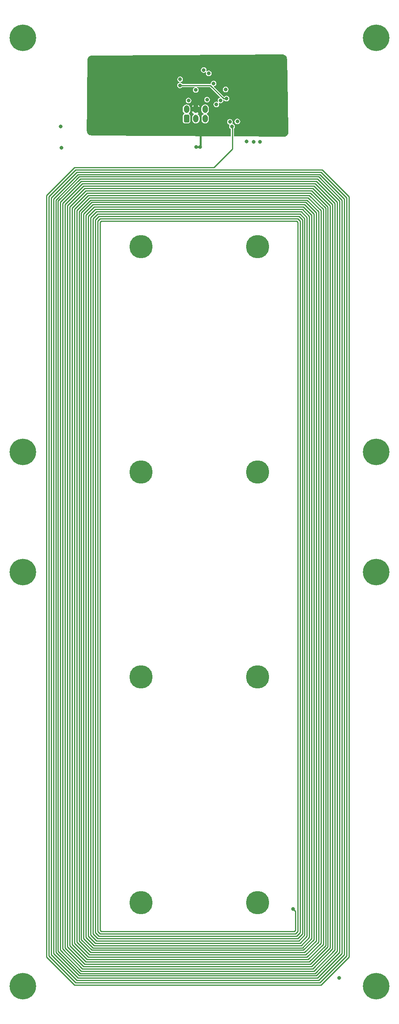
<source format=gbr>
%TF.GenerationSoftware,KiCad,Pcbnew,9.0.0*%
%TF.CreationDate,2025-10-09T13:40:37-07:00*%
%TF.ProjectId,2U_XY_V1,32555f58-595f-4563-912e-6b696361645f,1.0*%
%TF.SameCoordinates,Original*%
%TF.FileFunction,Copper,L3,Inr*%
%TF.FilePolarity,Positive*%
%FSLAX46Y46*%
G04 Gerber Fmt 4.6, Leading zero omitted, Abs format (unit mm)*
G04 Created by KiCad (PCBNEW 9.0.0) date 2025-10-09 13:40:37*
%MOMM*%
%LPD*%
G01*
G04 APERTURE LIST*
G04 Aperture macros list*
%AMRoundRect*
0 Rectangle with rounded corners*
0 $1 Rounding radius*
0 $2 $3 $4 $5 $6 $7 $8 $9 X,Y pos of 4 corners*
0 Add a 4 corners polygon primitive as box body*
4,1,4,$2,$3,$4,$5,$6,$7,$8,$9,$2,$3,0*
0 Add four circle primitives for the rounded corners*
1,1,$1+$1,$2,$3*
1,1,$1+$1,$4,$5*
1,1,$1+$1,$6,$7*
1,1,$1+$1,$8,$9*
0 Add four rect primitives between the rounded corners*
20,1,$1+$1,$2,$3,$4,$5,0*
20,1,$1+$1,$4,$5,$6,$7,0*
20,1,$1+$1,$6,$7,$8,$9,0*
20,1,$1+$1,$8,$9,$2,$3,0*%
G04 Aperture macros list end*
%TA.AperFunction,ComponentPad*%
%ADD10C,5.700000*%
%TD*%
%TA.AperFunction,ComponentPad*%
%ADD11C,5.000000*%
%TD*%
%TA.AperFunction,ComponentPad*%
%ADD12RoundRect,0.250000X-0.350000X-0.575000X0.350000X-0.575000X0.350000X0.575000X-0.350000X0.575000X0*%
%TD*%
%TA.AperFunction,ComponentPad*%
%ADD13O,1.200000X1.650000*%
%TD*%
%TA.AperFunction,ViaPad*%
%ADD14C,0.800000*%
%TD*%
%TA.AperFunction,Conductor*%
%ADD15C,0.250000*%
%TD*%
%TA.AperFunction,Conductor*%
%ADD16C,0.400000*%
%TD*%
G04 APERTURE END LIST*
D10*
%TO.N,unconnected-(J2-Pin_1-Pad1)*%
%TO.C,J12*%
X171800001Y-155450000D03*
%TD*%
%TO.N,unconnected-(J4-Pin_1-Pad1)*%
%TO.C,J14*%
X247800001Y-155450000D03*
%TD*%
%TO.N,unconnected-(J2-Pin_1-Pad1)*%
%TO.C,J112*%
X171800001Y-129650000D03*
%TD*%
%TO.N,unconnected-(J4-Pin_1-Pad1)*%
%TO.C,J114*%
X247800001Y-129650000D03*
%TD*%
%TO.N,unconnected-(J2-Pin_1-Pad1)*%
%TO.C,J2*%
X171800001Y-40650000D03*
%TD*%
%TO.N,unconnected-(J4-Pin_1-Pad1)*%
%TO.C,J4*%
X247800001Y-40650000D03*
%TD*%
%TO.N,unconnected-(J3-Pin_1-Pad1)*%
%TO.C,J3*%
X171800001Y-244450000D03*
%TD*%
D11*
%TO.N,/SOL_OUT*%
%TO.C,SC1*%
X222250000Y-134000000D03*
%TO.N,Net-(SC1---Pad2)*%
X197250000Y-134000000D03*
%TO.N,/SOL_OUT*%
X197250000Y-85500000D03*
%TO.N,Net-(SC1---Pad2)*%
X222250000Y-85500000D03*
%TD*%
D10*
%TO.N,unconnected-(J5-Pin_1-Pad1)*%
%TO.C,J5*%
X247800000Y-244500000D03*
%TD*%
D11*
%TO.N,Net-(SC1---Pad2)*%
%TO.C,SC2*%
X222250000Y-226500000D03*
%TO.N,GND*%
X197250000Y-226500000D03*
%TO.N,Net-(SC1---Pad2)*%
X197250000Y-178000000D03*
%TO.N,GND*%
X222250000Y-178000000D03*
%TD*%
D12*
%TO.N,GND*%
%TO.C,CN1*%
X207000000Y-58020000D03*
D13*
%TO.N,SDAIN*%
X207000000Y-56019999D03*
%TO.N,VSOLAR*%
X209000001Y-58020000D03*
%TO.N,+3V3*%
X209000000Y-56020000D03*
%TO.N,VSOLAR*%
X211000000Y-58020000D03*
%TO.N,SCLIN*%
X211000001Y-56020000D03*
%TD*%
D14*
%TO.N,GND*%
X210710000Y-47590153D03*
%TO.N,+3V3*%
X219150000Y-51200000D03*
%TO.N,Net-(U3-OUT+)*%
X239820000Y-242660000D03*
X229940000Y-227900000D03*
%TO.N,GND*%
X214326520Y-54103480D03*
%TO.N,/SCL*%
X215590000Y-53720000D03*
%TO.N,+3V3*%
X218994998Y-57980000D03*
X218760000Y-55530000D03*
X216060000Y-61110000D03*
X213750000Y-61050000D03*
%TO.N,GND*%
X216319998Y-58715000D03*
X213419999Y-54990000D03*
X211414772Y-53956603D03*
X215411297Y-51766078D03*
X208990000Y-51860000D03*
X179980000Y-59700000D03*
X180090000Y-64300000D03*
X205630000Y-49590000D03*
X217920000Y-58640000D03*
%TO.N,+3V3*%
X209090000Y-64140000D03*
X202920000Y-51780000D03*
X210826736Y-53147766D03*
X209940000Y-64100000D03*
X203980000Y-53290000D03*
X207230000Y-47710000D03*
X216780000Y-49550000D03*
%TO.N,VSOLAR*%
X221430000Y-62990000D03*
X219900000Y-62970000D03*
X222780000Y-63000000D03*
%TO.N,/SCL*%
X205590000Y-50890000D03*
%TO.N,/SDA*%
X212820000Y-50480000D03*
%TO.N,Net-(D4-A)*%
X207430000Y-54160000D03*
%TO.N,Net-(U3-OUT+)*%
X216769999Y-59709999D03*
%TO.N,SCLIN*%
X211785153Y-48315153D03*
%TD*%
D15*
%TO.N,Net-(U3-OUT+)*%
X216840000Y-64520000D02*
X216840000Y-59780000D01*
X216840000Y-59780000D02*
X216769999Y-59709999D01*
X212850000Y-68510000D02*
X182890000Y-68510000D01*
X241890000Y-238210000D02*
X241890000Y-74760000D01*
X183890000Y-70510000D02*
X178890000Y-75510000D01*
X240390000Y-237460000D02*
X240390000Y-75510000D01*
X182890000Y-68510000D02*
X176890000Y-74510000D01*
X234140000Y-240710000D02*
X238390000Y-236460000D01*
X186390000Y-75510000D02*
X183890000Y-78010000D01*
X188390000Y-80260000D02*
X188390000Y-232460000D01*
X185390000Y-73510000D02*
X181890000Y-77010000D01*
X187890000Y-232710000D02*
X188390000Y-233210000D01*
X176890000Y-74510000D02*
X176890000Y-238210000D01*
X240390000Y-75510000D02*
X235390000Y-70510000D01*
X235140000Y-242710000D02*
X240390000Y-237460000D01*
X188140000Y-79010000D02*
X187390000Y-79760000D01*
X183140000Y-243710000D02*
X235640000Y-243710000D01*
X182890000Y-235210000D02*
X185890000Y-238210000D01*
X177390000Y-74760000D02*
X177390000Y-237960000D01*
X232390000Y-237210000D02*
X234890000Y-234710000D01*
X216840000Y-64520000D02*
X212850000Y-68510000D01*
X184390000Y-241210000D02*
X234390000Y-241210000D01*
X232640000Y-237710000D02*
X235390000Y-234960000D01*
X186640000Y-236710000D02*
X232140000Y-236710000D01*
X181890000Y-77010000D02*
X181890000Y-235710000D01*
X233640000Y-74010000D02*
X185640000Y-74010000D01*
X183390000Y-234960000D02*
X186140000Y-237710000D01*
X182890000Y-244210000D02*
X235890000Y-244210000D01*
X181390000Y-235960000D02*
X185140000Y-239710000D01*
X235890000Y-244210000D02*
X241890000Y-238210000D01*
X177390000Y-237960000D02*
X183140000Y-243710000D01*
X185890000Y-238210000D02*
X232890000Y-238210000D01*
X236140000Y-69010000D02*
X183140000Y-69010000D01*
X186390000Y-79260000D02*
X186390000Y-233460000D01*
X183140000Y-69010000D02*
X177390000Y-74760000D01*
X235640000Y-243710000D02*
X241390000Y-237960000D01*
X185640000Y-238710000D02*
X233140000Y-238710000D01*
X177890000Y-237710000D02*
X183390000Y-243210000D01*
X230430000Y-228390000D02*
X229940000Y-227900000D01*
X241890000Y-74760000D02*
X236140000Y-69010000D01*
X176890000Y-238210000D02*
X182890000Y-244210000D01*
X234640000Y-72010000D02*
X184640000Y-72010000D01*
X185140000Y-73010000D02*
X181390000Y-76760000D01*
X185890000Y-233710000D02*
X187390000Y-235210000D01*
X183640000Y-242710000D02*
X235140000Y-242710000D01*
X177890000Y-75010000D02*
X177890000Y-237710000D01*
X183390000Y-69510000D02*
X177890000Y-75010000D01*
X235390000Y-70510000D02*
X183890000Y-70510000D01*
X235640000Y-70010000D02*
X183640000Y-70010000D01*
X186890000Y-233210000D02*
X187890000Y-234210000D01*
X178390000Y-75260000D02*
X178390000Y-237460000D01*
X238390000Y-76510000D02*
X234390000Y-72510000D01*
X178390000Y-237460000D02*
X183640000Y-242710000D01*
X178890000Y-237210000D02*
X183890000Y-242210000D01*
X234890000Y-242210000D02*
X239890000Y-237210000D01*
X181390000Y-76760000D02*
X181390000Y-235960000D01*
X240890000Y-75260000D02*
X235640000Y-70010000D01*
X183890000Y-242210000D02*
X234890000Y-242210000D01*
X241390000Y-237960000D02*
X241390000Y-75010000D01*
X239890000Y-237210000D02*
X239890000Y-75760000D01*
X185640000Y-74010000D02*
X182390000Y-77260000D01*
X235140000Y-71010000D02*
X184140000Y-71010000D01*
X179390000Y-75760000D02*
X179390000Y-236960000D01*
X180390000Y-236460000D02*
X184640000Y-240710000D01*
X238390000Y-236460000D02*
X238390000Y-76510000D01*
X179390000Y-236960000D02*
X184140000Y-241710000D01*
X239890000Y-75760000D02*
X235140000Y-71010000D01*
X186140000Y-237710000D02*
X232640000Y-237710000D01*
X184140000Y-71010000D02*
X179390000Y-75760000D01*
X178890000Y-75510000D02*
X178890000Y-237210000D01*
X186640000Y-76010000D02*
X184390000Y-78260000D01*
X184140000Y-241710000D02*
X234640000Y-241710000D01*
X240890000Y-237710000D02*
X240890000Y-75260000D01*
X237390000Y-235960000D02*
X237390000Y-77010000D01*
X239390000Y-236960000D02*
X239390000Y-76010000D01*
X241390000Y-75010000D02*
X235890000Y-69510000D01*
X183390000Y-243210000D02*
X235390000Y-243210000D01*
X235390000Y-243210000D02*
X240890000Y-237710000D01*
X236390000Y-235460000D02*
X236390000Y-77510000D01*
X232390000Y-233460000D02*
X232390000Y-79510000D01*
X180890000Y-76510000D02*
X180890000Y-236210000D01*
X239390000Y-76010000D02*
X234890000Y-71510000D01*
X185390000Y-233960000D02*
X187140000Y-235710000D01*
X233390000Y-233960000D02*
X233390000Y-79010000D01*
X230890000Y-232710000D02*
X230890000Y-80260000D01*
X188390000Y-232460000D02*
X188640000Y-232710000D01*
X234890000Y-71510000D02*
X184390000Y-71510000D01*
X231390000Y-78510000D02*
X187890000Y-78510000D01*
X184390000Y-71510000D02*
X179890000Y-76010000D01*
X235890000Y-77760000D02*
X233140000Y-75010000D01*
X179890000Y-76010000D02*
X179890000Y-236710000D01*
X179890000Y-236710000D02*
X184390000Y-241210000D01*
X234390000Y-72510000D02*
X184890000Y-72510000D01*
X185140000Y-239710000D02*
X233640000Y-239710000D01*
X184890000Y-240210000D02*
X233890000Y-240210000D01*
X234390000Y-241210000D02*
X238890000Y-236710000D01*
X238890000Y-236710000D02*
X238890000Y-76260000D01*
X234640000Y-241710000D02*
X239390000Y-236960000D01*
X233890000Y-240210000D02*
X237890000Y-236210000D01*
X238890000Y-76260000D02*
X234640000Y-72010000D01*
X184640000Y-72010000D02*
X180390000Y-76260000D01*
X180390000Y-76260000D02*
X180390000Y-236460000D01*
X232140000Y-77010000D02*
X187140000Y-77010000D01*
X184640000Y-240710000D02*
X234140000Y-240710000D01*
X184890000Y-72510000D02*
X180890000Y-76510000D01*
X230890000Y-79510000D02*
X188390000Y-79510000D01*
X181890000Y-235710000D02*
X185390000Y-239210000D01*
X186390000Y-237210000D02*
X232390000Y-237210000D01*
X182390000Y-77260000D02*
X182390000Y-235460000D01*
X235890000Y-69510000D02*
X183390000Y-69510000D01*
X180890000Y-236210000D02*
X184890000Y-240210000D01*
X188140000Y-233710000D02*
X230640000Y-233710000D01*
X237890000Y-236210000D02*
X237890000Y-76760000D01*
X233390000Y-239210000D02*
X236890000Y-235710000D01*
X237890000Y-76760000D02*
X234140000Y-73010000D01*
X232890000Y-233710000D02*
X232890000Y-79260000D01*
X234140000Y-73010000D02*
X185140000Y-73010000D01*
X232140000Y-236710000D02*
X234390000Y-234460000D01*
X233640000Y-239710000D02*
X237390000Y-235960000D01*
X230890000Y-80260000D02*
X230640000Y-80010000D01*
X237390000Y-77010000D02*
X233890000Y-73510000D01*
X233890000Y-73510000D02*
X185390000Y-73510000D01*
X185390000Y-239210000D02*
X233390000Y-239210000D01*
X236890000Y-235710000D02*
X236890000Y-77260000D01*
X236890000Y-77260000D02*
X233640000Y-74010000D01*
X187140000Y-77010000D02*
X185390000Y-78760000D01*
X187640000Y-78010000D02*
X186390000Y-79260000D01*
X231390000Y-232960000D02*
X231390000Y-80010000D01*
X182390000Y-235460000D02*
X185640000Y-238710000D01*
X235890000Y-235210000D02*
X235890000Y-77760000D01*
X233140000Y-238710000D02*
X236390000Y-235460000D01*
X183640000Y-70010000D02*
X178390000Y-75260000D01*
X236390000Y-77510000D02*
X233390000Y-74510000D01*
X233390000Y-74510000D02*
X185890000Y-74510000D01*
X187390000Y-79760000D02*
X187390000Y-232960000D01*
X185890000Y-74510000D02*
X182890000Y-77510000D01*
X182890000Y-77510000D02*
X182890000Y-235210000D01*
X232890000Y-238210000D02*
X235890000Y-235210000D01*
X233140000Y-75010000D02*
X186140000Y-75010000D01*
X235390000Y-234960000D02*
X235390000Y-78010000D01*
X186140000Y-75010000D02*
X183390000Y-77760000D01*
X183390000Y-77760000D02*
X183390000Y-234960000D01*
X235390000Y-78010000D02*
X232890000Y-75510000D01*
X234890000Y-234710000D02*
X234890000Y-78260000D01*
X184390000Y-234460000D02*
X186640000Y-236710000D01*
X232890000Y-75510000D02*
X186390000Y-75510000D01*
X234390000Y-78510000D02*
X232390000Y-76510000D01*
X188640000Y-80010000D02*
X188390000Y-80260000D01*
X183890000Y-78010000D02*
X183890000Y-234710000D01*
X231140000Y-234710000D02*
X232390000Y-233460000D01*
X183890000Y-234710000D02*
X186390000Y-237210000D01*
X231140000Y-79010000D02*
X188140000Y-79010000D01*
X234890000Y-78260000D02*
X232640000Y-76010000D01*
X232640000Y-76010000D02*
X186640000Y-76010000D01*
X184890000Y-78510000D02*
X184890000Y-234210000D01*
X187390000Y-232960000D02*
X188140000Y-233710000D01*
X184390000Y-78260000D02*
X184390000Y-234460000D01*
X234390000Y-234460000D02*
X234390000Y-78510000D01*
X232390000Y-76510000D02*
X186890000Y-76510000D01*
X186890000Y-76510000D02*
X184890000Y-78510000D01*
X184890000Y-234210000D02*
X186890000Y-236210000D01*
X186390000Y-233460000D02*
X187640000Y-234710000D01*
X186890000Y-236210000D02*
X231890000Y-236210000D01*
X231890000Y-236210000D02*
X233890000Y-234210000D01*
X233890000Y-234210000D02*
X233890000Y-78760000D01*
X233890000Y-78760000D02*
X232140000Y-77010000D01*
X185390000Y-78760000D02*
X185390000Y-233960000D01*
X187390000Y-235210000D02*
X231390000Y-235210000D01*
X187140000Y-235710000D02*
X231640000Y-235710000D01*
X231640000Y-235710000D02*
X233390000Y-233960000D01*
X233390000Y-79010000D02*
X231890000Y-77510000D01*
X231390000Y-80010000D02*
X230890000Y-79510000D01*
X231890000Y-77510000D02*
X187390000Y-77510000D01*
X187390000Y-77510000D02*
X185890000Y-79010000D01*
X185890000Y-79010000D02*
X185890000Y-233710000D01*
X231390000Y-235210000D02*
X232890000Y-233710000D01*
X232890000Y-79260000D02*
X231640000Y-78010000D01*
X231640000Y-78010000D02*
X187640000Y-78010000D01*
X187640000Y-234710000D02*
X231140000Y-234710000D01*
X232390000Y-79510000D02*
X231390000Y-78510000D01*
X187890000Y-78510000D02*
X186890000Y-79510000D01*
X186890000Y-79510000D02*
X186890000Y-233210000D01*
X187890000Y-234210000D02*
X230890000Y-234210000D01*
X230890000Y-234210000D02*
X231890000Y-233210000D01*
X230640000Y-233710000D02*
X231390000Y-232960000D01*
X231890000Y-233210000D02*
X231890000Y-79760000D01*
X231890000Y-79760000D02*
X231140000Y-79010000D01*
X188390000Y-79510000D02*
X187890000Y-80010000D01*
X187890000Y-80010000D02*
X187890000Y-232710000D01*
X188390000Y-233210000D02*
X230390000Y-233210000D01*
X230390000Y-233210000D02*
X230890000Y-232710000D01*
X230640000Y-80010000D02*
X188640000Y-80010000D01*
X188640000Y-232710000D02*
X230140000Y-232710000D01*
X230140000Y-232710000D02*
X230430000Y-232420000D01*
X230430000Y-232420000D02*
X230430000Y-228390000D01*
%TO.N,/SCL*%
X214968346Y-53720000D02*
X215590000Y-53720000D01*
X212138346Y-50890000D02*
X214968346Y-53720000D01*
X205590000Y-50890000D02*
X212138346Y-50890000D01*
D16*
%TO.N,+3V3*%
X209000000Y-56020000D02*
X210000001Y-57020001D01*
X209150000Y-64100000D02*
X209140000Y-64090000D01*
X210000001Y-57020001D02*
X210000001Y-64039999D01*
X209940000Y-64100000D02*
X209150000Y-64100000D01*
X210000001Y-64039999D02*
X209940000Y-64100000D01*
%TD*%
%TA.AperFunction,Conductor*%
%TO.N,+3V3*%
G36*
X227597412Y-44235565D02*
G01*
X227781730Y-44252553D01*
X227793650Y-44254835D01*
X227968272Y-44306269D01*
X227979517Y-44310808D01*
X228076992Y-44361677D01*
X228140908Y-44395033D01*
X228151074Y-44401668D01*
X228293132Y-44515498D01*
X228301823Y-44523973D01*
X228419197Y-44663117D01*
X228426086Y-44673113D01*
X228514345Y-44832319D01*
X228519172Y-44843458D01*
X228574989Y-45016722D01*
X228577572Y-45028583D01*
X228599198Y-45212404D01*
X228599614Y-45218467D01*
X228787096Y-54666396D01*
X228911372Y-60929173D01*
X228911184Y-60935412D01*
X228895980Y-61124894D01*
X228893748Y-61137160D01*
X228842108Y-61316830D01*
X228837486Y-61328408D01*
X228751210Y-61494258D01*
X228744382Y-61504690D01*
X228626904Y-61650114D01*
X228618141Y-61658982D01*
X228474134Y-61778198D01*
X228463786Y-61785151D01*
X228298987Y-61873410D01*
X228287464Y-61878171D01*
X228108417Y-61931966D01*
X228096178Y-61934344D01*
X227906902Y-61951817D01*
X227900667Y-61952080D01*
X217227510Y-61868369D01*
X217183461Y-61849717D01*
X217165500Y-61805871D01*
X217165500Y-60189622D01*
X217183806Y-60145428D01*
X217250519Y-60078715D01*
X217329576Y-59941783D01*
X217370499Y-59789056D01*
X217370499Y-59630942D01*
X217329576Y-59478215D01*
X217250519Y-59341283D01*
X217138715Y-59229479D01*
X217001783Y-59150422D01*
X217001782Y-59150421D01*
X217001781Y-59150421D01*
X216872804Y-59115861D01*
X216834854Y-59086741D01*
X216828611Y-59039314D01*
X216834853Y-59024244D01*
X216879575Y-58946784D01*
X216920498Y-58794057D01*
X216920498Y-58635943D01*
X216900402Y-58560944D01*
X217319500Y-58560944D01*
X217319500Y-58719055D01*
X217319501Y-58719063D01*
X217360421Y-58871780D01*
X217360422Y-58871783D01*
X217360423Y-58871784D01*
X217439480Y-59008716D01*
X217551284Y-59120520D01*
X217681180Y-59195515D01*
X217688216Y-59199577D01*
X217688219Y-59199578D01*
X217781681Y-59224621D01*
X217840943Y-59240500D01*
X217840944Y-59240500D01*
X217999056Y-59240500D01*
X217999057Y-59240500D01*
X218151784Y-59199577D01*
X218288716Y-59120520D01*
X218400520Y-59008716D01*
X218479577Y-58871784D01*
X218520500Y-58719057D01*
X218520500Y-58560943D01*
X218479577Y-58408216D01*
X218400520Y-58271284D01*
X218288716Y-58159480D01*
X218192464Y-58103909D01*
X218151783Y-58080422D01*
X218151780Y-58080421D01*
X217999063Y-58039501D01*
X217999058Y-58039500D01*
X217999057Y-58039500D01*
X217840943Y-58039500D01*
X217840942Y-58039500D01*
X217840936Y-58039501D01*
X217688219Y-58080421D01*
X217688216Y-58080422D01*
X217591964Y-58135993D01*
X217551284Y-58159480D01*
X217551283Y-58159481D01*
X217551279Y-58159484D01*
X217439484Y-58271279D01*
X217439481Y-58271283D01*
X217360422Y-58408216D01*
X217360421Y-58408219D01*
X217319501Y-58560936D01*
X217319500Y-58560944D01*
X216900402Y-58560944D01*
X216879575Y-58483216D01*
X216800518Y-58346284D01*
X216688714Y-58234480D01*
X216592462Y-58178909D01*
X216551781Y-58155422D01*
X216551778Y-58155421D01*
X216399061Y-58114501D01*
X216399056Y-58114500D01*
X216399055Y-58114500D01*
X216240941Y-58114500D01*
X216240940Y-58114500D01*
X216240934Y-58114501D01*
X216088217Y-58155421D01*
X216088214Y-58155422D01*
X215991962Y-58210993D01*
X215951282Y-58234480D01*
X215951281Y-58234481D01*
X215951277Y-58234484D01*
X215839482Y-58346279D01*
X215839479Y-58346283D01*
X215760420Y-58483216D01*
X215760419Y-58483219D01*
X215719499Y-58635936D01*
X215719498Y-58635944D01*
X215719498Y-58794055D01*
X215719499Y-58794063D01*
X215760419Y-58946780D01*
X215760420Y-58946783D01*
X215783907Y-58987464D01*
X215839478Y-59083716D01*
X215951282Y-59195520D01*
X216088214Y-59274577D01*
X216088217Y-59274578D01*
X216217191Y-59309137D01*
X216255142Y-59338257D01*
X216261385Y-59385683D01*
X216255142Y-59400757D01*
X216210422Y-59478215D01*
X216210420Y-59478218D01*
X216169500Y-59630935D01*
X216169499Y-59630943D01*
X216169499Y-59789054D01*
X216169500Y-59789062D01*
X216210420Y-59941779D01*
X216210421Y-59941782D01*
X216210422Y-59941783D01*
X216289479Y-60078715D01*
X216401283Y-60190519D01*
X216483249Y-60237841D01*
X216512370Y-60275791D01*
X216514500Y-60291968D01*
X216514500Y-61799784D01*
X216496194Y-61843978D01*
X216452000Y-61862284D01*
X216451510Y-61862282D01*
X186554328Y-61627796D01*
X186548201Y-61627447D01*
X186362340Y-61607658D01*
X186350336Y-61605171D01*
X186174857Y-61550402D01*
X186163569Y-61545619D01*
X186002160Y-61457653D01*
X185992023Y-61450759D01*
X185850887Y-61332975D01*
X185842297Y-61324242D01*
X185726863Y-61181171D01*
X185720139Y-61170922D01*
X185696034Y-61124894D01*
X185634854Y-61008071D01*
X185630264Y-60996718D01*
X185578407Y-60820351D01*
X185576119Y-60808308D01*
X185559410Y-60622133D01*
X185559163Y-60616031D01*
X185601877Y-55716156D01*
X206199500Y-55716156D01*
X206199500Y-56323841D01*
X206230262Y-56478494D01*
X206290606Y-56624179D01*
X206378210Y-56755287D01*
X206489711Y-56866788D01*
X206539787Y-56900248D01*
X206566363Y-56940022D01*
X206557031Y-56986938D01*
X206525707Y-57011208D01*
X206437116Y-57042207D01*
X206327850Y-57122850D01*
X206247207Y-57232116D01*
X206247207Y-57232117D01*
X206202354Y-57360298D01*
X206202353Y-57360303D01*
X206199500Y-57390737D01*
X206199500Y-58649262D01*
X206202353Y-58679696D01*
X206202354Y-58679701D01*
X206247207Y-58807882D01*
X206247207Y-58807883D01*
X206287528Y-58862516D01*
X206327850Y-58917150D01*
X206437118Y-58997793D01*
X206565301Y-59042646D01*
X206595734Y-59045500D01*
X206595738Y-59045500D01*
X207404262Y-59045500D01*
X207404266Y-59045500D01*
X207434699Y-59042646D01*
X207562882Y-58997793D01*
X207672150Y-58917150D01*
X207752793Y-58807882D01*
X207797646Y-58679699D01*
X207800500Y-58649266D01*
X207800500Y-57390734D01*
X207797646Y-57360301D01*
X207752793Y-57232118D01*
X207672150Y-57122850D01*
X207597344Y-57067641D01*
X207562883Y-57042207D01*
X207474292Y-57011208D01*
X207438624Y-56979333D01*
X207435942Y-56931572D01*
X207460211Y-56900248D01*
X207510289Y-56866788D01*
X207621789Y-56755288D01*
X207709394Y-56624178D01*
X207709397Y-56624171D01*
X207752547Y-56520000D01*
X208139755Y-56520000D01*
X208202430Y-56671310D01*
X208202431Y-56671312D01*
X208300923Y-56818716D01*
X208426283Y-56944076D01*
X208551685Y-57027867D01*
X208578261Y-57067641D01*
X208568929Y-57114557D01*
X208551686Y-57131800D01*
X208489715Y-57173208D01*
X208489710Y-57173212D01*
X208378211Y-57284711D01*
X208290607Y-57415819D01*
X208230263Y-57561504D01*
X208199501Y-57716157D01*
X208199501Y-58323842D01*
X208230263Y-58478495D01*
X208290607Y-58624180D01*
X208378211Y-58755288D01*
X208489712Y-58866789D01*
X208620820Y-58954393D01*
X208620821Y-58954393D01*
X208620822Y-58954394D01*
X208766504Y-59014737D01*
X208921159Y-59045500D01*
X209078843Y-59045500D01*
X209233498Y-59014737D01*
X209379180Y-58954394D01*
X209510290Y-58866789D01*
X209621790Y-58755289D01*
X209709395Y-58624179D01*
X209769738Y-58478497D01*
X209800501Y-58323842D01*
X209800501Y-57716158D01*
X209800501Y-57716157D01*
X210199500Y-57716157D01*
X210199500Y-58323842D01*
X210230262Y-58478495D01*
X210290606Y-58624180D01*
X210378210Y-58755288D01*
X210489711Y-58866789D01*
X210620819Y-58954393D01*
X210620820Y-58954393D01*
X210620821Y-58954394D01*
X210766503Y-59014737D01*
X210921158Y-59045500D01*
X211078842Y-59045500D01*
X211233497Y-59014737D01*
X211379179Y-58954394D01*
X211510289Y-58866789D01*
X211621789Y-58755289D01*
X211709394Y-58624179D01*
X211769737Y-58478497D01*
X211800500Y-58323842D01*
X211800500Y-57716158D01*
X211769737Y-57561503D01*
X211709394Y-57415821D01*
X211692633Y-57390737D01*
X211621789Y-57284711D01*
X211510288Y-57173210D01*
X211379180Y-57085606D01*
X211379177Y-57085605D01*
X211360196Y-57077743D01*
X211326371Y-57043918D01*
X211326370Y-56996083D01*
X211360195Y-56962258D01*
X211360197Y-56962257D01*
X211379175Y-56954396D01*
X211379174Y-56954396D01*
X211379180Y-56954394D01*
X211510290Y-56866789D01*
X211621790Y-56755289D01*
X211709395Y-56624179D01*
X211769738Y-56478497D01*
X211800501Y-56323842D01*
X211800501Y-55716158D01*
X211769738Y-55561503D01*
X211709395Y-55415821D01*
X211677902Y-55368689D01*
X211621790Y-55284711D01*
X211510289Y-55173210D01*
X211379181Y-55085606D01*
X211233496Y-55025262D01*
X211078843Y-54994500D01*
X210921159Y-54994500D01*
X210766505Y-55025262D01*
X210620820Y-55085606D01*
X210489712Y-55173210D01*
X210378211Y-55284711D01*
X210290607Y-55415819D01*
X210230263Y-55561504D01*
X210199501Y-55716157D01*
X210199501Y-56323842D01*
X210230263Y-56478495D01*
X210290607Y-56624180D01*
X210378211Y-56755288D01*
X210489712Y-56866789D01*
X210620820Y-56954393D01*
X210620825Y-56954396D01*
X210639803Y-56962256D01*
X210673629Y-56996080D01*
X210673630Y-57043915D01*
X210639807Y-57077741D01*
X210620821Y-57085605D01*
X210620819Y-57085606D01*
X210489711Y-57173210D01*
X210378210Y-57284711D01*
X210290606Y-57415819D01*
X210230262Y-57561504D01*
X210199500Y-57716157D01*
X209800501Y-57716157D01*
X209769738Y-57561503D01*
X209709395Y-57415821D01*
X209692634Y-57390737D01*
X209621790Y-57284711D01*
X209510292Y-57173213D01*
X209510291Y-57173212D01*
X209510290Y-57173211D01*
X209448313Y-57131799D01*
X209421739Y-57092026D01*
X209431071Y-57045109D01*
X209448315Y-57027866D01*
X209573716Y-56944076D01*
X209699076Y-56818716D01*
X209797568Y-56671312D01*
X209797569Y-56671310D01*
X209860245Y-56520000D01*
X208139755Y-56520000D01*
X207752547Y-56520000D01*
X207765331Y-56489136D01*
X207769736Y-56478499D01*
X207769736Y-56478497D01*
X207769737Y-56478496D01*
X207800500Y-56323841D01*
X207800500Y-55964048D01*
X208575000Y-55964048D01*
X208575000Y-56075952D01*
X208603963Y-56184044D01*
X208659916Y-56280956D01*
X208739044Y-56360084D01*
X208835956Y-56416037D01*
X208944048Y-56445000D01*
X209055952Y-56445000D01*
X209164044Y-56416037D01*
X209260956Y-56360084D01*
X209340084Y-56280956D01*
X209396037Y-56184044D01*
X209425000Y-56075952D01*
X209425000Y-55964048D01*
X209396037Y-55855956D01*
X209340084Y-55759044D01*
X209260956Y-55679916D01*
X209164044Y-55623963D01*
X209055952Y-55595000D01*
X208944048Y-55595000D01*
X208835956Y-55623963D01*
X208739044Y-55679916D01*
X208659916Y-55759044D01*
X208603963Y-55855956D01*
X208575000Y-55964048D01*
X207800500Y-55964048D01*
X207800500Y-55716157D01*
X207769737Y-55561502D01*
X207752546Y-55519999D01*
X208139754Y-55519999D01*
X208139755Y-55520000D01*
X208500000Y-55520000D01*
X209500000Y-55520000D01*
X209860245Y-55520000D01*
X209860245Y-55519999D01*
X209797569Y-55368689D01*
X209797568Y-55368687D01*
X209699076Y-55221283D01*
X209573719Y-55095926D01*
X209500000Y-55046667D01*
X209500000Y-55520000D01*
X208500000Y-55520000D01*
X208500000Y-55046667D01*
X208426280Y-55095926D01*
X208300923Y-55221283D01*
X208202431Y-55368687D01*
X208202430Y-55368689D01*
X208139754Y-55519999D01*
X207752546Y-55519999D01*
X207709394Y-55415820D01*
X207621789Y-55284710D01*
X207510289Y-55173210D01*
X207510288Y-55173209D01*
X207379180Y-55085605D01*
X207233495Y-55025261D01*
X207078842Y-54994499D01*
X206921158Y-54994499D01*
X206766504Y-55025261D01*
X206620819Y-55085605D01*
X206489711Y-55173209D01*
X206378210Y-55284710D01*
X206290606Y-55415818D01*
X206230262Y-55561503D01*
X206199500Y-55716156D01*
X185601877Y-55716156D01*
X185616132Y-54080944D01*
X206829500Y-54080944D01*
X206829500Y-54239055D01*
X206829501Y-54239063D01*
X206870421Y-54391780D01*
X206870422Y-54391783D01*
X206870423Y-54391784D01*
X206949480Y-54528716D01*
X207061284Y-54640520D01*
X207171201Y-54703980D01*
X207198216Y-54719577D01*
X207198219Y-54719578D01*
X207291681Y-54744621D01*
X207350943Y-54760500D01*
X207350944Y-54760500D01*
X207509056Y-54760500D01*
X207509057Y-54760500D01*
X207661784Y-54719577D01*
X207798716Y-54640520D01*
X207910520Y-54528716D01*
X207989577Y-54391784D01*
X208030500Y-54239057D01*
X208030500Y-54080943D01*
X207989577Y-53928216D01*
X207960324Y-53877547D01*
X210814272Y-53877547D01*
X210814272Y-54035658D01*
X210814273Y-54035666D01*
X210855193Y-54188383D01*
X210855194Y-54188386D01*
X210862200Y-54200520D01*
X210934252Y-54325319D01*
X211046056Y-54437123D01*
X211171383Y-54509480D01*
X211182988Y-54516180D01*
X211182991Y-54516181D01*
X211229773Y-54528716D01*
X211335715Y-54557103D01*
X211335716Y-54557103D01*
X211493828Y-54557103D01*
X211493829Y-54557103D01*
X211646556Y-54516180D01*
X211783488Y-54437123D01*
X211895292Y-54325319D01*
X211974349Y-54188387D01*
X212015272Y-54035660D01*
X212015272Y-53877546D01*
X211977014Y-53734764D01*
X211974350Y-53724822D01*
X211974349Y-53724819D01*
X211948173Y-53679481D01*
X211895292Y-53587887D01*
X211783488Y-53476083D01*
X211681556Y-53417233D01*
X211646555Y-53397025D01*
X211646552Y-53397024D01*
X211493835Y-53356104D01*
X211493830Y-53356103D01*
X211493829Y-53356103D01*
X211335715Y-53356103D01*
X211335714Y-53356103D01*
X211335708Y-53356104D01*
X211182991Y-53397024D01*
X211182988Y-53397025D01*
X211086736Y-53452596D01*
X211046056Y-53476083D01*
X211046055Y-53476084D01*
X211046051Y-53476087D01*
X210934256Y-53587882D01*
X210934253Y-53587886D01*
X210934252Y-53587887D01*
X210910765Y-53628567D01*
X210855194Y-53724819D01*
X210855193Y-53724822D01*
X210814273Y-53877539D01*
X210814272Y-53877547D01*
X207960324Y-53877547D01*
X207910520Y-53791284D01*
X207798716Y-53679480D01*
X207700820Y-53622960D01*
X207661783Y-53600422D01*
X207661780Y-53600421D01*
X207509063Y-53559501D01*
X207509058Y-53559500D01*
X207509057Y-53559500D01*
X207350943Y-53559500D01*
X207350942Y-53559500D01*
X207350936Y-53559501D01*
X207198219Y-53600421D01*
X207198216Y-53600422D01*
X207101964Y-53655993D01*
X207061284Y-53679480D01*
X207061283Y-53679481D01*
X207061279Y-53679484D01*
X206949484Y-53791279D01*
X206949481Y-53791283D01*
X206949480Y-53791284D01*
X206944989Y-53799063D01*
X206870422Y-53928216D01*
X206870421Y-53928219D01*
X206829501Y-54080936D01*
X206829500Y-54080944D01*
X185616132Y-54080944D01*
X185644637Y-50810944D01*
X204989500Y-50810944D01*
X204989500Y-50969055D01*
X204989501Y-50969063D01*
X205030421Y-51121780D01*
X205030422Y-51121783D01*
X205053909Y-51162464D01*
X205109480Y-51258716D01*
X205221284Y-51370520D01*
X205358216Y-51449577D01*
X205358219Y-51449578D01*
X205451681Y-51474621D01*
X205510943Y-51490500D01*
X205510944Y-51490500D01*
X205669056Y-51490500D01*
X205669057Y-51490500D01*
X205821784Y-51449577D01*
X205958716Y-51370520D01*
X206070520Y-51258716D01*
X206077429Y-51246749D01*
X206115379Y-51217630D01*
X206131555Y-51215500D01*
X208672054Y-51215500D01*
X208716248Y-51233806D01*
X208734554Y-51278000D01*
X208716248Y-51322194D01*
X208703308Y-51332123D01*
X208621284Y-51379480D01*
X208621283Y-51379481D01*
X208621279Y-51379484D01*
X208509484Y-51491279D01*
X208509481Y-51491283D01*
X208430422Y-51628216D01*
X208430421Y-51628219D01*
X208389501Y-51780936D01*
X208389500Y-51780944D01*
X208389500Y-51939055D01*
X208389501Y-51939063D01*
X208430421Y-52091780D01*
X208430422Y-52091783D01*
X208430423Y-52091784D01*
X208509480Y-52228716D01*
X208621284Y-52340520D01*
X208758216Y-52419577D01*
X208758219Y-52419578D01*
X208851681Y-52444621D01*
X208910943Y-52460500D01*
X208910944Y-52460500D01*
X209069056Y-52460500D01*
X209069057Y-52460500D01*
X209221784Y-52419577D01*
X209358716Y-52340520D01*
X209470520Y-52228716D01*
X209549577Y-52091784D01*
X209590500Y-51939057D01*
X209590500Y-51780943D01*
X209549577Y-51628216D01*
X209470520Y-51491284D01*
X209358716Y-51379480D01*
X209276694Y-51332125D01*
X209247576Y-51294176D01*
X209253819Y-51246750D01*
X209291770Y-51217630D01*
X209307946Y-51215500D01*
X211977631Y-51215500D01*
X212021825Y-51233806D01*
X214205252Y-53417233D01*
X214223558Y-53461427D01*
X214205252Y-53505621D01*
X214177234Y-53521797D01*
X214094740Y-53543901D01*
X214094736Y-53543902D01*
X213998484Y-53599473D01*
X213957804Y-53622960D01*
X213957803Y-53622961D01*
X213957799Y-53622964D01*
X213846004Y-53734759D01*
X213846001Y-53734763D01*
X213766942Y-53871696D01*
X213766941Y-53871699D01*
X213726021Y-54024416D01*
X213726020Y-54024424D01*
X213726020Y-54182535D01*
X213726021Y-54182543D01*
X213766941Y-54335260D01*
X213766942Y-54335262D01*
X213766943Y-54335264D01*
X213790306Y-54375730D01*
X213796549Y-54423157D01*
X213767429Y-54461107D01*
X213720002Y-54467350D01*
X213704931Y-54461108D01*
X213663388Y-54437123D01*
X213651782Y-54430422D01*
X213651779Y-54430421D01*
X213499062Y-54389501D01*
X213499057Y-54389500D01*
X213499056Y-54389500D01*
X213340942Y-54389500D01*
X213340941Y-54389500D01*
X213340935Y-54389501D01*
X213188218Y-54430421D01*
X213188215Y-54430422D01*
X213115861Y-54472196D01*
X213051283Y-54509480D01*
X213051282Y-54509481D01*
X213051278Y-54509484D01*
X212939483Y-54621279D01*
X212939480Y-54621283D01*
X212939479Y-54621284D01*
X212928373Y-54640520D01*
X212860421Y-54758216D01*
X212860420Y-54758219D01*
X212819500Y-54910936D01*
X212819499Y-54910944D01*
X212819499Y-55069055D01*
X212819500Y-55069063D01*
X212860420Y-55221780D01*
X212860421Y-55221783D01*
X212860422Y-55221784D01*
X212939479Y-55358716D01*
X213051283Y-55470520D01*
X213188215Y-55549577D01*
X213188218Y-55549578D01*
X213232727Y-55561504D01*
X213340942Y-55590500D01*
X213340943Y-55590500D01*
X213499055Y-55590500D01*
X213499056Y-55590500D01*
X213651783Y-55549577D01*
X213788715Y-55470520D01*
X213900519Y-55358716D01*
X213979576Y-55221784D01*
X214020499Y-55069057D01*
X214020499Y-54910943D01*
X213980188Y-54760500D01*
X213979577Y-54758219D01*
X213979576Y-54758216D01*
X213956211Y-54717747D01*
X213949969Y-54670323D01*
X213979089Y-54632372D01*
X214026515Y-54626129D01*
X214041583Y-54632369D01*
X214094736Y-54663057D01*
X214094739Y-54663058D01*
X214107197Y-54666396D01*
X214247463Y-54703980D01*
X214247464Y-54703980D01*
X214405576Y-54703980D01*
X214405577Y-54703980D01*
X214558304Y-54663057D01*
X214695236Y-54584000D01*
X214807040Y-54472196D01*
X214886097Y-54335264D01*
X214927020Y-54182537D01*
X214927020Y-54108000D01*
X214945326Y-54063806D01*
X214989520Y-54045500D01*
X215011199Y-54045500D01*
X215048445Y-54045500D01*
X215092639Y-54063806D01*
X215102569Y-54076746D01*
X215104993Y-54080944D01*
X215109481Y-54088717D01*
X215109484Y-54088721D01*
X215203299Y-54182535D01*
X215221284Y-54200520D01*
X215358216Y-54279577D01*
X215358219Y-54279578D01*
X215451681Y-54304621D01*
X215510943Y-54320500D01*
X215510944Y-54320500D01*
X215669056Y-54320500D01*
X215669057Y-54320500D01*
X215821784Y-54279577D01*
X215958716Y-54200520D01*
X216070520Y-54088716D01*
X216149577Y-53951784D01*
X216190500Y-53799057D01*
X216190500Y-53640943D01*
X216168678Y-53559501D01*
X216149578Y-53488219D01*
X216149577Y-53488216D01*
X216142572Y-53476083D01*
X216070520Y-53351284D01*
X215958716Y-53239480D01*
X215862464Y-53183909D01*
X215821783Y-53160422D01*
X215821780Y-53160421D01*
X215669063Y-53119501D01*
X215669058Y-53119500D01*
X215669057Y-53119500D01*
X215510943Y-53119500D01*
X215510942Y-53119500D01*
X215510936Y-53119501D01*
X215358219Y-53160421D01*
X215358216Y-53160422D01*
X215261964Y-53215993D01*
X215221284Y-53239480D01*
X215221283Y-53239481D01*
X215221279Y-53239484D01*
X215128912Y-53331851D01*
X215084718Y-53350157D01*
X215040524Y-53331851D01*
X213395695Y-51687022D01*
X214810797Y-51687022D01*
X214810797Y-51845133D01*
X214810798Y-51845141D01*
X214851718Y-51997858D01*
X214851719Y-51997861D01*
X214851720Y-51997862D01*
X214930777Y-52134794D01*
X215042581Y-52246598D01*
X215179513Y-52325655D01*
X215179516Y-52325656D01*
X215234990Y-52340520D01*
X215332240Y-52366578D01*
X215332241Y-52366578D01*
X215490353Y-52366578D01*
X215490354Y-52366578D01*
X215643081Y-52325655D01*
X215780013Y-52246598D01*
X215891817Y-52134794D01*
X215970874Y-51997862D01*
X216011797Y-51845135D01*
X216011797Y-51687021D01*
X215970874Y-51534294D01*
X215891817Y-51397362D01*
X215780013Y-51285558D01*
X215683761Y-51229987D01*
X215643080Y-51206500D01*
X215643077Y-51206499D01*
X215490360Y-51165579D01*
X215490355Y-51165578D01*
X215490354Y-51165578D01*
X215332240Y-51165578D01*
X215332239Y-51165578D01*
X215332233Y-51165579D01*
X215179516Y-51206499D01*
X215179513Y-51206500D01*
X215109799Y-51246750D01*
X215042581Y-51285558D01*
X215042580Y-51285559D01*
X215042576Y-51285562D01*
X214930781Y-51397357D01*
X214930778Y-51397361D01*
X214851719Y-51534294D01*
X214851718Y-51534297D01*
X214810798Y-51687014D01*
X214810797Y-51687022D01*
X213395695Y-51687022D01*
X212888940Y-51180267D01*
X212870634Y-51136073D01*
X212888940Y-51091879D01*
X212916956Y-51075703D01*
X213051784Y-51039577D01*
X213188716Y-50960520D01*
X213300520Y-50848716D01*
X213379577Y-50711784D01*
X213420500Y-50559057D01*
X213420500Y-50400943D01*
X213379577Y-50248216D01*
X213300520Y-50111284D01*
X213188716Y-49999480D01*
X213092464Y-49943909D01*
X213051783Y-49920422D01*
X213051780Y-49920421D01*
X212899063Y-49879501D01*
X212899058Y-49879500D01*
X212899057Y-49879500D01*
X212740943Y-49879500D01*
X212740942Y-49879500D01*
X212740936Y-49879501D01*
X212588219Y-49920421D01*
X212588216Y-49920422D01*
X212521883Y-49958720D01*
X212451284Y-49999480D01*
X212451283Y-49999481D01*
X212451279Y-49999484D01*
X212339484Y-50111279D01*
X212339481Y-50111283D01*
X212260422Y-50248216D01*
X212260421Y-50248219D01*
X212219501Y-50400936D01*
X212219500Y-50400944D01*
X212219500Y-50502000D01*
X212201194Y-50546194D01*
X212157000Y-50564500D01*
X206131555Y-50564500D01*
X206087361Y-50546194D01*
X206077430Y-50533253D01*
X206070520Y-50521284D01*
X206070518Y-50521282D01*
X206070515Y-50521278D01*
X205958720Y-50409484D01*
X205958716Y-50409480D01*
X205862464Y-50353909D01*
X205821783Y-50330422D01*
X205821780Y-50330421D01*
X205729626Y-50305729D01*
X205691675Y-50276609D01*
X205685432Y-50229183D01*
X205714552Y-50191232D01*
X205729626Y-50184989D01*
X205861780Y-50149578D01*
X205861778Y-50149578D01*
X205861784Y-50149577D01*
X205998716Y-50070520D01*
X206110520Y-49958716D01*
X206189577Y-49821784D01*
X206230500Y-49669057D01*
X206230500Y-49510943D01*
X206189577Y-49358216D01*
X206110520Y-49221284D01*
X205998716Y-49109480D01*
X205902464Y-49053909D01*
X205861783Y-49030422D01*
X205861780Y-49030421D01*
X205709063Y-48989501D01*
X205709058Y-48989500D01*
X205709057Y-48989500D01*
X205550943Y-48989500D01*
X205550942Y-48989500D01*
X205550936Y-48989501D01*
X205398219Y-49030421D01*
X205398216Y-49030422D01*
X205301964Y-49085993D01*
X205261284Y-49109480D01*
X205261283Y-49109481D01*
X205261279Y-49109484D01*
X205149484Y-49221279D01*
X205149481Y-49221283D01*
X205070422Y-49358216D01*
X205070421Y-49358219D01*
X205029501Y-49510936D01*
X205029500Y-49510944D01*
X205029500Y-49669055D01*
X205029501Y-49669063D01*
X205070421Y-49821780D01*
X205070422Y-49821783D01*
X205070423Y-49821784D01*
X205149480Y-49958716D01*
X205261284Y-50070520D01*
X205398216Y-50149577D01*
X205398219Y-50149578D01*
X205431457Y-50158484D01*
X205490373Y-50174270D01*
X205528323Y-50203390D01*
X205534567Y-50250816D01*
X205505447Y-50288766D01*
X205490374Y-50295010D01*
X205358218Y-50330422D01*
X205358216Y-50330422D01*
X205261964Y-50385993D01*
X205221284Y-50409480D01*
X205221283Y-50409481D01*
X205221279Y-50409484D01*
X205109484Y-50521279D01*
X205109482Y-50521282D01*
X205109480Y-50521284D01*
X205085993Y-50561964D01*
X205030422Y-50658216D01*
X205030421Y-50658219D01*
X204989501Y-50810936D01*
X204989500Y-50810944D01*
X185644637Y-50810944D01*
X185673402Y-47511097D01*
X210109500Y-47511097D01*
X210109500Y-47669208D01*
X210109501Y-47669216D01*
X210150421Y-47821933D01*
X210150422Y-47821936D01*
X210157755Y-47834637D01*
X210229480Y-47958869D01*
X210341284Y-48070673D01*
X210478216Y-48149730D01*
X210478219Y-48149731D01*
X210571681Y-48174774D01*
X210630943Y-48190653D01*
X210630944Y-48190653D01*
X210789056Y-48190653D01*
X210789057Y-48190653D01*
X210941784Y-48149730D01*
X211078716Y-48070673D01*
X211119045Y-48030343D01*
X211163236Y-48012039D01*
X211207431Y-48030344D01*
X211225737Y-48074538D01*
X211223607Y-48090715D01*
X211184654Y-48236089D01*
X211184653Y-48236097D01*
X211184653Y-48394208D01*
X211184654Y-48394216D01*
X211225574Y-48546933D01*
X211225575Y-48546936D01*
X211225576Y-48546937D01*
X211304633Y-48683869D01*
X211416437Y-48795673D01*
X211553369Y-48874730D01*
X211553372Y-48874731D01*
X211646834Y-48899774D01*
X211706096Y-48915653D01*
X211706097Y-48915653D01*
X211864209Y-48915653D01*
X211864210Y-48915653D01*
X212016937Y-48874730D01*
X212153869Y-48795673D01*
X212265673Y-48683869D01*
X212344730Y-48546937D01*
X212385653Y-48394210D01*
X212385653Y-48236096D01*
X212362511Y-48149730D01*
X212344731Y-48083372D01*
X212344730Y-48083369D01*
X212337397Y-48070668D01*
X212265673Y-47946437D01*
X212153869Y-47834633D01*
X212057617Y-47779062D01*
X212016936Y-47755575D01*
X212016933Y-47755574D01*
X211864216Y-47714654D01*
X211864211Y-47714653D01*
X211864210Y-47714653D01*
X211706096Y-47714653D01*
X211706095Y-47714653D01*
X211706089Y-47714654D01*
X211553372Y-47755574D01*
X211553369Y-47755575D01*
X211457117Y-47811146D01*
X211416437Y-47834633D01*
X211416436Y-47834634D01*
X211376109Y-47874961D01*
X211331914Y-47893266D01*
X211287720Y-47874960D01*
X211269415Y-47830765D01*
X211271544Y-47814595D01*
X211310500Y-47669210D01*
X211310500Y-47511096D01*
X211269577Y-47358369D01*
X211190520Y-47221437D01*
X211078716Y-47109633D01*
X210982464Y-47054062D01*
X210941783Y-47030575D01*
X210941780Y-47030574D01*
X210789063Y-46989654D01*
X210789058Y-46989653D01*
X210789057Y-46989653D01*
X210630943Y-46989653D01*
X210630942Y-46989653D01*
X210630936Y-46989654D01*
X210478219Y-47030574D01*
X210478216Y-47030575D01*
X210381964Y-47086146D01*
X210341284Y-47109633D01*
X210341283Y-47109634D01*
X210341279Y-47109637D01*
X210229484Y-47221432D01*
X210229481Y-47221436D01*
X210150422Y-47358369D01*
X210150421Y-47358372D01*
X210109501Y-47511089D01*
X210109500Y-47511097D01*
X185673402Y-47511097D01*
X185691378Y-45449006D01*
X185691726Y-45442959D01*
X185711318Y-45258846D01*
X185713767Y-45246966D01*
X185767685Y-45073034D01*
X185772383Y-45061858D01*
X185858915Y-44901635D01*
X185865692Y-44891569D01*
X185981566Y-44751111D01*
X185990163Y-44742541D01*
X186131009Y-44627139D01*
X186141099Y-44620395D01*
X186301611Y-44534400D01*
X186312810Y-44529738D01*
X186486919Y-44476404D01*
X186498800Y-44473996D01*
X186682989Y-44455021D01*
X186689030Y-44454694D01*
X204030681Y-44361677D01*
X227591353Y-44235303D01*
X227597412Y-44235565D01*
G37*
%TD.AperFunction*%
%TD*%
M02*

</source>
